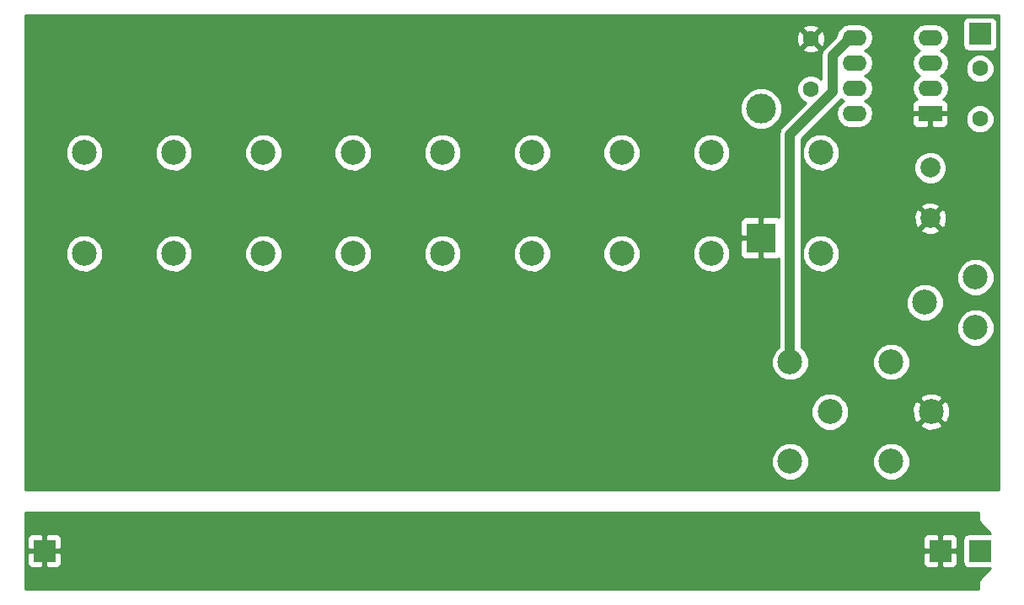
<source format=gbl>
G04 #@! TF.FileFunction,Copper,L2,Bot,Signal*
%FSLAX46Y46*%
G04 Gerber Fmt 4.6, Leading zero omitted, Abs format (unit mm)*
G04 Created by KiCad (PCBNEW 4.0.1-stable) date 2017/05/09 19:12:36*
%MOMM*%
G01*
G04 APERTURE LIST*
%ADD10C,0.100000*%
%ADD11C,3.000000*%
%ADD12R,3.000000X3.000000*%
%ADD13C,1.600000*%
%ADD14R,2.200000X2.200000*%
%ADD15C,2.500000*%
%ADD16C,2.000000*%
%ADD17R,2.400000X1.600000*%
%ADD18O,2.400000X1.600000*%
%ADD19C,1.000000*%
%ADD20C,0.254000*%
G04 APERTURE END LIST*
D10*
D11*
X178000000Y-76500000D03*
D12*
X178000000Y-89500000D03*
D13*
X183000000Y-74540000D03*
X183000000Y-69460000D03*
X200000000Y-72460000D03*
X200000000Y-77540000D03*
D14*
X200000000Y-69000000D03*
X196000000Y-121000000D03*
X106000000Y-121000000D03*
D15*
X180920000Y-112000000D03*
X191080000Y-112000000D03*
X184920000Y-107000000D03*
X195080000Y-107000000D03*
X180920000Y-102000000D03*
X191080000Y-102000000D03*
X194460000Y-96000000D03*
X199540000Y-93460000D03*
X199540000Y-98540000D03*
D16*
X195000000Y-82460000D03*
X195000000Y-87540000D03*
D17*
X195000000Y-77000000D03*
D18*
X187380000Y-69380000D03*
X195000000Y-74460000D03*
X187380000Y-71920000D03*
X195000000Y-71920000D03*
X187380000Y-74460000D03*
X195000000Y-69380000D03*
X187380000Y-77000000D03*
D15*
X173000000Y-91080000D03*
X173000000Y-80920000D03*
X184000000Y-80920000D03*
X184000000Y-91080000D03*
X164000000Y-80920000D03*
X164000000Y-91080000D03*
X155000000Y-80920000D03*
X155000000Y-91080000D03*
X146000000Y-80920000D03*
X146000000Y-91080000D03*
X137000000Y-80920000D03*
X137000000Y-91080000D03*
X128000000Y-80920000D03*
X128000000Y-91080000D03*
X119000000Y-80920000D03*
X119000000Y-91080000D03*
X110000000Y-80920000D03*
X110000000Y-91080000D03*
D14*
X200000000Y-121000000D03*
D19*
X180920000Y-102000000D02*
X180920000Y-79080000D01*
X180920000Y-79080000D02*
X185180000Y-74820000D01*
X185180000Y-74820000D02*
X185180000Y-71180000D01*
X185180000Y-71180000D02*
X186980000Y-69380000D01*
X186980000Y-69380000D02*
X187380000Y-69380000D01*
D20*
G36*
X201873000Y-114873000D02*
X104127000Y-114873000D01*
X104127000Y-112373305D01*
X179034674Y-112373305D01*
X179321043Y-113066372D01*
X179850839Y-113597093D01*
X180543405Y-113884672D01*
X181293305Y-113885326D01*
X181986372Y-113598957D01*
X182517093Y-113069161D01*
X182804672Y-112376595D01*
X182804674Y-112373305D01*
X189194674Y-112373305D01*
X189481043Y-113066372D01*
X190010839Y-113597093D01*
X190703405Y-113884672D01*
X191453305Y-113885326D01*
X192146372Y-113598957D01*
X192677093Y-113069161D01*
X192964672Y-112376595D01*
X192965326Y-111626695D01*
X192678957Y-110933628D01*
X192149161Y-110402907D01*
X191456595Y-110115328D01*
X190706695Y-110114674D01*
X190013628Y-110401043D01*
X189482907Y-110930839D01*
X189195328Y-111623405D01*
X189194674Y-112373305D01*
X182804674Y-112373305D01*
X182805326Y-111626695D01*
X182518957Y-110933628D01*
X181989161Y-110402907D01*
X181296595Y-110115328D01*
X180546695Y-110114674D01*
X179853628Y-110401043D01*
X179322907Y-110930839D01*
X179035328Y-111623405D01*
X179034674Y-112373305D01*
X104127000Y-112373305D01*
X104127000Y-107373305D01*
X183034674Y-107373305D01*
X183321043Y-108066372D01*
X183850839Y-108597093D01*
X184543405Y-108884672D01*
X185293305Y-108885326D01*
X185986372Y-108598957D01*
X186252472Y-108333320D01*
X193926285Y-108333320D01*
X194055533Y-108626123D01*
X194755806Y-108894388D01*
X195505435Y-108874250D01*
X196104467Y-108626123D01*
X196233715Y-108333320D01*
X195080000Y-107179605D01*
X193926285Y-108333320D01*
X186252472Y-108333320D01*
X186517093Y-108069161D01*
X186804672Y-107376595D01*
X186805283Y-106675806D01*
X193185612Y-106675806D01*
X193205750Y-107425435D01*
X193453877Y-108024467D01*
X193746680Y-108153715D01*
X194900395Y-107000000D01*
X195259605Y-107000000D01*
X196413320Y-108153715D01*
X196706123Y-108024467D01*
X196974388Y-107324194D01*
X196954250Y-106574565D01*
X196706123Y-105975533D01*
X196413320Y-105846285D01*
X195259605Y-107000000D01*
X194900395Y-107000000D01*
X193746680Y-105846285D01*
X193453877Y-105975533D01*
X193185612Y-106675806D01*
X186805283Y-106675806D01*
X186805326Y-106626695D01*
X186518957Y-105933628D01*
X186252475Y-105666680D01*
X193926285Y-105666680D01*
X195080000Y-106820395D01*
X196233715Y-105666680D01*
X196104467Y-105373877D01*
X195404194Y-105105612D01*
X194654565Y-105125750D01*
X194055533Y-105373877D01*
X193926285Y-105666680D01*
X186252475Y-105666680D01*
X185989161Y-105402907D01*
X185296595Y-105115328D01*
X184546695Y-105114674D01*
X183853628Y-105401043D01*
X183322907Y-105930839D01*
X183035328Y-106623405D01*
X183034674Y-107373305D01*
X104127000Y-107373305D01*
X104127000Y-91453305D01*
X108114674Y-91453305D01*
X108401043Y-92146372D01*
X108930839Y-92677093D01*
X109623405Y-92964672D01*
X110373305Y-92965326D01*
X111066372Y-92678957D01*
X111597093Y-92149161D01*
X111884672Y-91456595D01*
X111884674Y-91453305D01*
X117114674Y-91453305D01*
X117401043Y-92146372D01*
X117930839Y-92677093D01*
X118623405Y-92964672D01*
X119373305Y-92965326D01*
X120066372Y-92678957D01*
X120597093Y-92149161D01*
X120884672Y-91456595D01*
X120884674Y-91453305D01*
X126114674Y-91453305D01*
X126401043Y-92146372D01*
X126930839Y-92677093D01*
X127623405Y-92964672D01*
X128373305Y-92965326D01*
X129066372Y-92678957D01*
X129597093Y-92149161D01*
X129884672Y-91456595D01*
X129884674Y-91453305D01*
X135114674Y-91453305D01*
X135401043Y-92146372D01*
X135930839Y-92677093D01*
X136623405Y-92964672D01*
X137373305Y-92965326D01*
X138066372Y-92678957D01*
X138597093Y-92149161D01*
X138884672Y-91456595D01*
X138884674Y-91453305D01*
X144114674Y-91453305D01*
X144401043Y-92146372D01*
X144930839Y-92677093D01*
X145623405Y-92964672D01*
X146373305Y-92965326D01*
X147066372Y-92678957D01*
X147597093Y-92149161D01*
X147884672Y-91456595D01*
X147884674Y-91453305D01*
X153114674Y-91453305D01*
X153401043Y-92146372D01*
X153930839Y-92677093D01*
X154623405Y-92964672D01*
X155373305Y-92965326D01*
X156066372Y-92678957D01*
X156597093Y-92149161D01*
X156884672Y-91456595D01*
X156884674Y-91453305D01*
X162114674Y-91453305D01*
X162401043Y-92146372D01*
X162930839Y-92677093D01*
X163623405Y-92964672D01*
X164373305Y-92965326D01*
X165066372Y-92678957D01*
X165597093Y-92149161D01*
X165884672Y-91456595D01*
X165884674Y-91453305D01*
X171114674Y-91453305D01*
X171401043Y-92146372D01*
X171930839Y-92677093D01*
X172623405Y-92964672D01*
X173373305Y-92965326D01*
X174066372Y-92678957D01*
X174597093Y-92149161D01*
X174884672Y-91456595D01*
X174885326Y-90706695D01*
X174598957Y-90013628D01*
X174371477Y-89785750D01*
X175865000Y-89785750D01*
X175865000Y-91126310D01*
X175961673Y-91359699D01*
X176140302Y-91538327D01*
X176373691Y-91635000D01*
X177714250Y-91635000D01*
X177873000Y-91476250D01*
X177873000Y-89627000D01*
X176023750Y-89627000D01*
X175865000Y-89785750D01*
X174371477Y-89785750D01*
X174069161Y-89482907D01*
X173376595Y-89195328D01*
X172626695Y-89194674D01*
X171933628Y-89481043D01*
X171402907Y-90010839D01*
X171115328Y-90703405D01*
X171114674Y-91453305D01*
X165884674Y-91453305D01*
X165885326Y-90706695D01*
X165598957Y-90013628D01*
X165069161Y-89482907D01*
X164376595Y-89195328D01*
X163626695Y-89194674D01*
X162933628Y-89481043D01*
X162402907Y-90010839D01*
X162115328Y-90703405D01*
X162114674Y-91453305D01*
X156884674Y-91453305D01*
X156885326Y-90706695D01*
X156598957Y-90013628D01*
X156069161Y-89482907D01*
X155376595Y-89195328D01*
X154626695Y-89194674D01*
X153933628Y-89481043D01*
X153402907Y-90010839D01*
X153115328Y-90703405D01*
X153114674Y-91453305D01*
X147884674Y-91453305D01*
X147885326Y-90706695D01*
X147598957Y-90013628D01*
X147069161Y-89482907D01*
X146376595Y-89195328D01*
X145626695Y-89194674D01*
X144933628Y-89481043D01*
X144402907Y-90010839D01*
X144115328Y-90703405D01*
X144114674Y-91453305D01*
X138884674Y-91453305D01*
X138885326Y-90706695D01*
X138598957Y-90013628D01*
X138069161Y-89482907D01*
X137376595Y-89195328D01*
X136626695Y-89194674D01*
X135933628Y-89481043D01*
X135402907Y-90010839D01*
X135115328Y-90703405D01*
X135114674Y-91453305D01*
X129884674Y-91453305D01*
X129885326Y-90706695D01*
X129598957Y-90013628D01*
X129069161Y-89482907D01*
X128376595Y-89195328D01*
X127626695Y-89194674D01*
X126933628Y-89481043D01*
X126402907Y-90010839D01*
X126115328Y-90703405D01*
X126114674Y-91453305D01*
X120884674Y-91453305D01*
X120885326Y-90706695D01*
X120598957Y-90013628D01*
X120069161Y-89482907D01*
X119376595Y-89195328D01*
X118626695Y-89194674D01*
X117933628Y-89481043D01*
X117402907Y-90010839D01*
X117115328Y-90703405D01*
X117114674Y-91453305D01*
X111884674Y-91453305D01*
X111885326Y-90706695D01*
X111598957Y-90013628D01*
X111069161Y-89482907D01*
X110376595Y-89195328D01*
X109626695Y-89194674D01*
X108933628Y-89481043D01*
X108402907Y-90010839D01*
X108115328Y-90703405D01*
X108114674Y-91453305D01*
X104127000Y-91453305D01*
X104127000Y-87873690D01*
X175865000Y-87873690D01*
X175865000Y-89214250D01*
X176023750Y-89373000D01*
X177873000Y-89373000D01*
X177873000Y-87523750D01*
X178127000Y-87523750D01*
X178127000Y-89373000D01*
X178147000Y-89373000D01*
X178147000Y-89627000D01*
X178127000Y-89627000D01*
X178127000Y-91476250D01*
X178285750Y-91635000D01*
X179626309Y-91635000D01*
X179785000Y-91569268D01*
X179785000Y-100469551D01*
X179322907Y-100930839D01*
X179035328Y-101623405D01*
X179034674Y-102373305D01*
X179321043Y-103066372D01*
X179850839Y-103597093D01*
X180543405Y-103884672D01*
X181293305Y-103885326D01*
X181986372Y-103598957D01*
X182517093Y-103069161D01*
X182804672Y-102376595D01*
X182804674Y-102373305D01*
X189194674Y-102373305D01*
X189481043Y-103066372D01*
X190010839Y-103597093D01*
X190703405Y-103884672D01*
X191453305Y-103885326D01*
X192146372Y-103598957D01*
X192677093Y-103069161D01*
X192964672Y-102376595D01*
X192965326Y-101626695D01*
X192678957Y-100933628D01*
X192149161Y-100402907D01*
X191456595Y-100115328D01*
X190706695Y-100114674D01*
X190013628Y-100401043D01*
X189482907Y-100930839D01*
X189195328Y-101623405D01*
X189194674Y-102373305D01*
X182804674Y-102373305D01*
X182805326Y-101626695D01*
X182518957Y-100933628D01*
X182055000Y-100468861D01*
X182055000Y-98913305D01*
X197654674Y-98913305D01*
X197941043Y-99606372D01*
X198470839Y-100137093D01*
X199163405Y-100424672D01*
X199913305Y-100425326D01*
X200606372Y-100138957D01*
X201137093Y-99609161D01*
X201424672Y-98916595D01*
X201425326Y-98166695D01*
X201138957Y-97473628D01*
X200609161Y-96942907D01*
X199916595Y-96655328D01*
X199166695Y-96654674D01*
X198473628Y-96941043D01*
X197942907Y-97470839D01*
X197655328Y-98163405D01*
X197654674Y-98913305D01*
X182055000Y-98913305D01*
X182055000Y-96373305D01*
X192574674Y-96373305D01*
X192861043Y-97066372D01*
X193390839Y-97597093D01*
X194083405Y-97884672D01*
X194833305Y-97885326D01*
X195526372Y-97598957D01*
X196057093Y-97069161D01*
X196344672Y-96376595D01*
X196345326Y-95626695D01*
X196058957Y-94933628D01*
X195529161Y-94402907D01*
X194836595Y-94115328D01*
X194086695Y-94114674D01*
X193393628Y-94401043D01*
X192862907Y-94930839D01*
X192575328Y-95623405D01*
X192574674Y-96373305D01*
X182055000Y-96373305D01*
X182055000Y-93833305D01*
X197654674Y-93833305D01*
X197941043Y-94526372D01*
X198470839Y-95057093D01*
X199163405Y-95344672D01*
X199913305Y-95345326D01*
X200606372Y-95058957D01*
X201137093Y-94529161D01*
X201424672Y-93836595D01*
X201425326Y-93086695D01*
X201138957Y-92393628D01*
X200609161Y-91862907D01*
X199916595Y-91575328D01*
X199166695Y-91574674D01*
X198473628Y-91861043D01*
X197942907Y-92390839D01*
X197655328Y-93083405D01*
X197654674Y-93833305D01*
X182055000Y-93833305D01*
X182055000Y-91453305D01*
X182114674Y-91453305D01*
X182401043Y-92146372D01*
X182930839Y-92677093D01*
X183623405Y-92964672D01*
X184373305Y-92965326D01*
X185066372Y-92678957D01*
X185597093Y-92149161D01*
X185884672Y-91456595D01*
X185885326Y-90706695D01*
X185598957Y-90013628D01*
X185069161Y-89482907D01*
X184376595Y-89195328D01*
X183626695Y-89194674D01*
X182933628Y-89481043D01*
X182402907Y-90010839D01*
X182115328Y-90703405D01*
X182114674Y-91453305D01*
X182055000Y-91453305D01*
X182055000Y-88692532D01*
X194027073Y-88692532D01*
X194125736Y-88959387D01*
X194735461Y-89185908D01*
X195385460Y-89161856D01*
X195874264Y-88959387D01*
X195972927Y-88692532D01*
X195000000Y-87719605D01*
X194027073Y-88692532D01*
X182055000Y-88692532D01*
X182055000Y-87275461D01*
X193354092Y-87275461D01*
X193378144Y-87925460D01*
X193580613Y-88414264D01*
X193847468Y-88512927D01*
X194820395Y-87540000D01*
X195179605Y-87540000D01*
X196152532Y-88512927D01*
X196419387Y-88414264D01*
X196645908Y-87804539D01*
X196621856Y-87154540D01*
X196419387Y-86665736D01*
X196152532Y-86567073D01*
X195179605Y-87540000D01*
X194820395Y-87540000D01*
X193847468Y-86567073D01*
X193580613Y-86665736D01*
X193354092Y-87275461D01*
X182055000Y-87275461D01*
X182055000Y-86387468D01*
X194027073Y-86387468D01*
X195000000Y-87360395D01*
X195972927Y-86387468D01*
X195874264Y-86120613D01*
X195264539Y-85894092D01*
X194614540Y-85918144D01*
X194125736Y-86120613D01*
X194027073Y-86387468D01*
X182055000Y-86387468D01*
X182055000Y-81293305D01*
X182114674Y-81293305D01*
X182401043Y-81986372D01*
X182930839Y-82517093D01*
X183623405Y-82804672D01*
X184373305Y-82805326D01*
X184425414Y-82783795D01*
X193364716Y-82783795D01*
X193613106Y-83384943D01*
X194072637Y-83845278D01*
X194673352Y-84094716D01*
X195323795Y-84095284D01*
X195924943Y-83846894D01*
X196385278Y-83387363D01*
X196634716Y-82786648D01*
X196635284Y-82136205D01*
X196386894Y-81535057D01*
X195927363Y-81074722D01*
X195326648Y-80825284D01*
X194676205Y-80824716D01*
X194075057Y-81073106D01*
X193614722Y-81532637D01*
X193365284Y-82133352D01*
X193364716Y-82783795D01*
X184425414Y-82783795D01*
X185066372Y-82518957D01*
X185597093Y-81989161D01*
X185884672Y-81296595D01*
X185885326Y-80546695D01*
X185598957Y-79853628D01*
X185069161Y-79322907D01*
X184376595Y-79035328D01*
X183626695Y-79034674D01*
X182933628Y-79321043D01*
X182402907Y-79850839D01*
X182115328Y-80543405D01*
X182114674Y-81293305D01*
X182055000Y-81293305D01*
X182055000Y-79550132D01*
X185982566Y-75622566D01*
X186034447Y-75544920D01*
X186311438Y-75730000D01*
X185929352Y-75985302D01*
X185618283Y-76450849D01*
X185509050Y-77000000D01*
X185618283Y-77549151D01*
X185929352Y-78014698D01*
X186394899Y-78325767D01*
X186944050Y-78435000D01*
X187815950Y-78435000D01*
X188365101Y-78325767D01*
X188830648Y-78014698D01*
X189141717Y-77549151D01*
X189194110Y-77285750D01*
X193165000Y-77285750D01*
X193165000Y-77926310D01*
X193261673Y-78159699D01*
X193440302Y-78338327D01*
X193673691Y-78435000D01*
X194714250Y-78435000D01*
X194873000Y-78276250D01*
X194873000Y-77127000D01*
X195127000Y-77127000D01*
X195127000Y-78276250D01*
X195285750Y-78435000D01*
X196326309Y-78435000D01*
X196559698Y-78338327D01*
X196738327Y-78159699D01*
X196835000Y-77926310D01*
X196835000Y-77824187D01*
X198564752Y-77824187D01*
X198782757Y-78351800D01*
X199186077Y-78755824D01*
X199713309Y-78974750D01*
X200284187Y-78975248D01*
X200811800Y-78757243D01*
X201215824Y-78353923D01*
X201434750Y-77826691D01*
X201435248Y-77255813D01*
X201217243Y-76728200D01*
X200813923Y-76324176D01*
X200286691Y-76105250D01*
X199715813Y-76104752D01*
X199188200Y-76322757D01*
X198784176Y-76726077D01*
X198565250Y-77253309D01*
X198564752Y-77824187D01*
X196835000Y-77824187D01*
X196835000Y-77285750D01*
X196676250Y-77127000D01*
X195127000Y-77127000D01*
X194873000Y-77127000D01*
X193323750Y-77127000D01*
X193165000Y-77285750D01*
X189194110Y-77285750D01*
X189250950Y-77000000D01*
X189141717Y-76450849D01*
X188830648Y-75985302D01*
X188448562Y-75730000D01*
X188830648Y-75474698D01*
X189141717Y-75009151D01*
X189250950Y-74460000D01*
X189141717Y-73910849D01*
X188830648Y-73445302D01*
X188448562Y-73190000D01*
X188830648Y-72934698D01*
X189141717Y-72469151D01*
X189250950Y-71920000D01*
X189141717Y-71370849D01*
X188830648Y-70905302D01*
X188448562Y-70650000D01*
X188830648Y-70394698D01*
X189141717Y-69929151D01*
X189250950Y-69380000D01*
X193129050Y-69380000D01*
X193238283Y-69929151D01*
X193549352Y-70394698D01*
X193931438Y-70650000D01*
X193549352Y-70905302D01*
X193238283Y-71370849D01*
X193129050Y-71920000D01*
X193238283Y-72469151D01*
X193549352Y-72934698D01*
X193931438Y-73190000D01*
X193549352Y-73445302D01*
X193238283Y-73910849D01*
X193129050Y-74460000D01*
X193238283Y-75009151D01*
X193549352Y-75474698D01*
X193684498Y-75565000D01*
X193673691Y-75565000D01*
X193440302Y-75661673D01*
X193261673Y-75840301D01*
X193165000Y-76073690D01*
X193165000Y-76714250D01*
X193323750Y-76873000D01*
X194873000Y-76873000D01*
X194873000Y-76853000D01*
X195127000Y-76853000D01*
X195127000Y-76873000D01*
X196676250Y-76873000D01*
X196835000Y-76714250D01*
X196835000Y-76073690D01*
X196738327Y-75840301D01*
X196559698Y-75661673D01*
X196326309Y-75565000D01*
X196315502Y-75565000D01*
X196450648Y-75474698D01*
X196761717Y-75009151D01*
X196870950Y-74460000D01*
X196761717Y-73910849D01*
X196450648Y-73445302D01*
X196068562Y-73190000D01*
X196450648Y-72934698D01*
X196577943Y-72744187D01*
X198564752Y-72744187D01*
X198782757Y-73271800D01*
X199186077Y-73675824D01*
X199713309Y-73894750D01*
X200284187Y-73895248D01*
X200811800Y-73677243D01*
X201215824Y-73273923D01*
X201434750Y-72746691D01*
X201435248Y-72175813D01*
X201217243Y-71648200D01*
X200813923Y-71244176D01*
X200286691Y-71025250D01*
X199715813Y-71024752D01*
X199188200Y-71242757D01*
X198784176Y-71646077D01*
X198565250Y-72173309D01*
X198564752Y-72744187D01*
X196577943Y-72744187D01*
X196761717Y-72469151D01*
X196870950Y-71920000D01*
X196761717Y-71370849D01*
X196450648Y-70905302D01*
X196068562Y-70650000D01*
X196450648Y-70394698D01*
X196761717Y-69929151D01*
X196870950Y-69380000D01*
X196761717Y-68830849D01*
X196450648Y-68365302D01*
X195985101Y-68054233D01*
X195435950Y-67945000D01*
X194564050Y-67945000D01*
X194014899Y-68054233D01*
X193549352Y-68365302D01*
X193238283Y-68830849D01*
X193129050Y-69380000D01*
X189250950Y-69380000D01*
X189141717Y-68830849D01*
X188830648Y-68365302D01*
X188365101Y-68054233D01*
X187815950Y-67945000D01*
X186944050Y-67945000D01*
X186394899Y-68054233D01*
X185929352Y-68365302D01*
X185618283Y-68830849D01*
X185542368Y-69212500D01*
X184377434Y-70377434D01*
X184131397Y-70745654D01*
X184045000Y-71180000D01*
X184045000Y-73555656D01*
X183813923Y-73324176D01*
X183286691Y-73105250D01*
X182715813Y-73104752D01*
X182188200Y-73322757D01*
X181784176Y-73726077D01*
X181565250Y-74253309D01*
X181564752Y-74824187D01*
X181782757Y-75351800D01*
X182186077Y-75755824D01*
X182506142Y-75888726D01*
X180117434Y-78277434D01*
X179871397Y-78645654D01*
X179785000Y-79080000D01*
X179785000Y-87430732D01*
X179626309Y-87365000D01*
X178285750Y-87365000D01*
X178127000Y-87523750D01*
X177873000Y-87523750D01*
X177714250Y-87365000D01*
X176373691Y-87365000D01*
X176140302Y-87461673D01*
X175961673Y-87640301D01*
X175865000Y-87873690D01*
X104127000Y-87873690D01*
X104127000Y-81293305D01*
X108114674Y-81293305D01*
X108401043Y-81986372D01*
X108930839Y-82517093D01*
X109623405Y-82804672D01*
X110373305Y-82805326D01*
X111066372Y-82518957D01*
X111597093Y-81989161D01*
X111884672Y-81296595D01*
X111884674Y-81293305D01*
X117114674Y-81293305D01*
X117401043Y-81986372D01*
X117930839Y-82517093D01*
X118623405Y-82804672D01*
X119373305Y-82805326D01*
X120066372Y-82518957D01*
X120597093Y-81989161D01*
X120884672Y-81296595D01*
X120884674Y-81293305D01*
X126114674Y-81293305D01*
X126401043Y-81986372D01*
X126930839Y-82517093D01*
X127623405Y-82804672D01*
X128373305Y-82805326D01*
X129066372Y-82518957D01*
X129597093Y-81989161D01*
X129884672Y-81296595D01*
X129884674Y-81293305D01*
X135114674Y-81293305D01*
X135401043Y-81986372D01*
X135930839Y-82517093D01*
X136623405Y-82804672D01*
X137373305Y-82805326D01*
X138066372Y-82518957D01*
X138597093Y-81989161D01*
X138884672Y-81296595D01*
X138884674Y-81293305D01*
X144114674Y-81293305D01*
X144401043Y-81986372D01*
X144930839Y-82517093D01*
X145623405Y-82804672D01*
X146373305Y-82805326D01*
X147066372Y-82518957D01*
X147597093Y-81989161D01*
X147884672Y-81296595D01*
X147884674Y-81293305D01*
X153114674Y-81293305D01*
X153401043Y-81986372D01*
X153930839Y-82517093D01*
X154623405Y-82804672D01*
X155373305Y-82805326D01*
X156066372Y-82518957D01*
X156597093Y-81989161D01*
X156884672Y-81296595D01*
X156884674Y-81293305D01*
X162114674Y-81293305D01*
X162401043Y-81986372D01*
X162930839Y-82517093D01*
X163623405Y-82804672D01*
X164373305Y-82805326D01*
X165066372Y-82518957D01*
X165597093Y-81989161D01*
X165884672Y-81296595D01*
X165884674Y-81293305D01*
X171114674Y-81293305D01*
X171401043Y-81986372D01*
X171930839Y-82517093D01*
X172623405Y-82804672D01*
X173373305Y-82805326D01*
X174066372Y-82518957D01*
X174597093Y-81989161D01*
X174884672Y-81296595D01*
X174885326Y-80546695D01*
X174598957Y-79853628D01*
X174069161Y-79322907D01*
X173376595Y-79035328D01*
X172626695Y-79034674D01*
X171933628Y-79321043D01*
X171402907Y-79850839D01*
X171115328Y-80543405D01*
X171114674Y-81293305D01*
X165884674Y-81293305D01*
X165885326Y-80546695D01*
X165598957Y-79853628D01*
X165069161Y-79322907D01*
X164376595Y-79035328D01*
X163626695Y-79034674D01*
X162933628Y-79321043D01*
X162402907Y-79850839D01*
X162115328Y-80543405D01*
X162114674Y-81293305D01*
X156884674Y-81293305D01*
X156885326Y-80546695D01*
X156598957Y-79853628D01*
X156069161Y-79322907D01*
X155376595Y-79035328D01*
X154626695Y-79034674D01*
X153933628Y-79321043D01*
X153402907Y-79850839D01*
X153115328Y-80543405D01*
X153114674Y-81293305D01*
X147884674Y-81293305D01*
X147885326Y-80546695D01*
X147598957Y-79853628D01*
X147069161Y-79322907D01*
X146376595Y-79035328D01*
X145626695Y-79034674D01*
X144933628Y-79321043D01*
X144402907Y-79850839D01*
X144115328Y-80543405D01*
X144114674Y-81293305D01*
X138884674Y-81293305D01*
X138885326Y-80546695D01*
X138598957Y-79853628D01*
X138069161Y-79322907D01*
X137376595Y-79035328D01*
X136626695Y-79034674D01*
X135933628Y-79321043D01*
X135402907Y-79850839D01*
X135115328Y-80543405D01*
X135114674Y-81293305D01*
X129884674Y-81293305D01*
X129885326Y-80546695D01*
X129598957Y-79853628D01*
X129069161Y-79322907D01*
X128376595Y-79035328D01*
X127626695Y-79034674D01*
X126933628Y-79321043D01*
X126402907Y-79850839D01*
X126115328Y-80543405D01*
X126114674Y-81293305D01*
X120884674Y-81293305D01*
X120885326Y-80546695D01*
X120598957Y-79853628D01*
X120069161Y-79322907D01*
X119376595Y-79035328D01*
X118626695Y-79034674D01*
X117933628Y-79321043D01*
X117402907Y-79850839D01*
X117115328Y-80543405D01*
X117114674Y-81293305D01*
X111884674Y-81293305D01*
X111885326Y-80546695D01*
X111598957Y-79853628D01*
X111069161Y-79322907D01*
X110376595Y-79035328D01*
X109626695Y-79034674D01*
X108933628Y-79321043D01*
X108402907Y-79850839D01*
X108115328Y-80543405D01*
X108114674Y-81293305D01*
X104127000Y-81293305D01*
X104127000Y-76922815D01*
X175864630Y-76922815D01*
X176188980Y-77707800D01*
X176789041Y-78308909D01*
X177573459Y-78634628D01*
X178422815Y-78635370D01*
X179207800Y-78311020D01*
X179808909Y-77710959D01*
X180134628Y-76926541D01*
X180135370Y-76077185D01*
X179811020Y-75292200D01*
X179210959Y-74691091D01*
X178426541Y-74365372D01*
X177577185Y-74364630D01*
X176792200Y-74688980D01*
X176191091Y-75289041D01*
X175865372Y-76073459D01*
X175864630Y-76922815D01*
X104127000Y-76922815D01*
X104127000Y-70467745D01*
X182171861Y-70467745D01*
X182245995Y-70713864D01*
X182783223Y-70906965D01*
X183353454Y-70879778D01*
X183754005Y-70713864D01*
X183828139Y-70467745D01*
X183000000Y-69639605D01*
X182171861Y-70467745D01*
X104127000Y-70467745D01*
X104127000Y-69243223D01*
X181553035Y-69243223D01*
X181580222Y-69813454D01*
X181746136Y-70214005D01*
X181992255Y-70288139D01*
X182820395Y-69460000D01*
X183179605Y-69460000D01*
X184007745Y-70288139D01*
X184253864Y-70214005D01*
X184446965Y-69676777D01*
X184419778Y-69106546D01*
X184253864Y-68705995D01*
X184007745Y-68631861D01*
X183179605Y-69460000D01*
X182820395Y-69460000D01*
X181992255Y-68631861D01*
X181746136Y-68705995D01*
X181553035Y-69243223D01*
X104127000Y-69243223D01*
X104127000Y-68452255D01*
X182171861Y-68452255D01*
X183000000Y-69280395D01*
X183828139Y-68452255D01*
X183754005Y-68206136D01*
X183216777Y-68013035D01*
X182646546Y-68040222D01*
X182245995Y-68206136D01*
X182171861Y-68452255D01*
X104127000Y-68452255D01*
X104127000Y-67900000D01*
X198252560Y-67900000D01*
X198252560Y-70100000D01*
X198296838Y-70335317D01*
X198435910Y-70551441D01*
X198648110Y-70696431D01*
X198900000Y-70747440D01*
X201100000Y-70747440D01*
X201335317Y-70703162D01*
X201551441Y-70564090D01*
X201696431Y-70351890D01*
X201747440Y-70100000D01*
X201747440Y-67900000D01*
X201703162Y-67664683D01*
X201564090Y-67448559D01*
X201351890Y-67303569D01*
X201100000Y-67252560D01*
X198900000Y-67252560D01*
X198664683Y-67296838D01*
X198448559Y-67435910D01*
X198303569Y-67648110D01*
X198252560Y-67900000D01*
X104127000Y-67900000D01*
X104127000Y-67127000D01*
X201873000Y-67127000D01*
X201873000Y-114873000D01*
X201873000Y-114873000D01*
G37*
X201873000Y-114873000D02*
X104127000Y-114873000D01*
X104127000Y-112373305D01*
X179034674Y-112373305D01*
X179321043Y-113066372D01*
X179850839Y-113597093D01*
X180543405Y-113884672D01*
X181293305Y-113885326D01*
X181986372Y-113598957D01*
X182517093Y-113069161D01*
X182804672Y-112376595D01*
X182804674Y-112373305D01*
X189194674Y-112373305D01*
X189481043Y-113066372D01*
X190010839Y-113597093D01*
X190703405Y-113884672D01*
X191453305Y-113885326D01*
X192146372Y-113598957D01*
X192677093Y-113069161D01*
X192964672Y-112376595D01*
X192965326Y-111626695D01*
X192678957Y-110933628D01*
X192149161Y-110402907D01*
X191456595Y-110115328D01*
X190706695Y-110114674D01*
X190013628Y-110401043D01*
X189482907Y-110930839D01*
X189195328Y-111623405D01*
X189194674Y-112373305D01*
X182804674Y-112373305D01*
X182805326Y-111626695D01*
X182518957Y-110933628D01*
X181989161Y-110402907D01*
X181296595Y-110115328D01*
X180546695Y-110114674D01*
X179853628Y-110401043D01*
X179322907Y-110930839D01*
X179035328Y-111623405D01*
X179034674Y-112373305D01*
X104127000Y-112373305D01*
X104127000Y-107373305D01*
X183034674Y-107373305D01*
X183321043Y-108066372D01*
X183850839Y-108597093D01*
X184543405Y-108884672D01*
X185293305Y-108885326D01*
X185986372Y-108598957D01*
X186252472Y-108333320D01*
X193926285Y-108333320D01*
X194055533Y-108626123D01*
X194755806Y-108894388D01*
X195505435Y-108874250D01*
X196104467Y-108626123D01*
X196233715Y-108333320D01*
X195080000Y-107179605D01*
X193926285Y-108333320D01*
X186252472Y-108333320D01*
X186517093Y-108069161D01*
X186804672Y-107376595D01*
X186805283Y-106675806D01*
X193185612Y-106675806D01*
X193205750Y-107425435D01*
X193453877Y-108024467D01*
X193746680Y-108153715D01*
X194900395Y-107000000D01*
X195259605Y-107000000D01*
X196413320Y-108153715D01*
X196706123Y-108024467D01*
X196974388Y-107324194D01*
X196954250Y-106574565D01*
X196706123Y-105975533D01*
X196413320Y-105846285D01*
X195259605Y-107000000D01*
X194900395Y-107000000D01*
X193746680Y-105846285D01*
X193453877Y-105975533D01*
X193185612Y-106675806D01*
X186805283Y-106675806D01*
X186805326Y-106626695D01*
X186518957Y-105933628D01*
X186252475Y-105666680D01*
X193926285Y-105666680D01*
X195080000Y-106820395D01*
X196233715Y-105666680D01*
X196104467Y-105373877D01*
X195404194Y-105105612D01*
X194654565Y-105125750D01*
X194055533Y-105373877D01*
X193926285Y-105666680D01*
X186252475Y-105666680D01*
X185989161Y-105402907D01*
X185296595Y-105115328D01*
X184546695Y-105114674D01*
X183853628Y-105401043D01*
X183322907Y-105930839D01*
X183035328Y-106623405D01*
X183034674Y-107373305D01*
X104127000Y-107373305D01*
X104127000Y-91453305D01*
X108114674Y-91453305D01*
X108401043Y-92146372D01*
X108930839Y-92677093D01*
X109623405Y-92964672D01*
X110373305Y-92965326D01*
X111066372Y-92678957D01*
X111597093Y-92149161D01*
X111884672Y-91456595D01*
X111884674Y-91453305D01*
X117114674Y-91453305D01*
X117401043Y-92146372D01*
X117930839Y-92677093D01*
X118623405Y-92964672D01*
X119373305Y-92965326D01*
X120066372Y-92678957D01*
X120597093Y-92149161D01*
X120884672Y-91456595D01*
X120884674Y-91453305D01*
X126114674Y-91453305D01*
X126401043Y-92146372D01*
X126930839Y-92677093D01*
X127623405Y-92964672D01*
X128373305Y-92965326D01*
X129066372Y-92678957D01*
X129597093Y-92149161D01*
X129884672Y-91456595D01*
X129884674Y-91453305D01*
X135114674Y-91453305D01*
X135401043Y-92146372D01*
X135930839Y-92677093D01*
X136623405Y-92964672D01*
X137373305Y-92965326D01*
X138066372Y-92678957D01*
X138597093Y-92149161D01*
X138884672Y-91456595D01*
X138884674Y-91453305D01*
X144114674Y-91453305D01*
X144401043Y-92146372D01*
X144930839Y-92677093D01*
X145623405Y-92964672D01*
X146373305Y-92965326D01*
X147066372Y-92678957D01*
X147597093Y-92149161D01*
X147884672Y-91456595D01*
X147884674Y-91453305D01*
X153114674Y-91453305D01*
X153401043Y-92146372D01*
X153930839Y-92677093D01*
X154623405Y-92964672D01*
X155373305Y-92965326D01*
X156066372Y-92678957D01*
X156597093Y-92149161D01*
X156884672Y-91456595D01*
X156884674Y-91453305D01*
X162114674Y-91453305D01*
X162401043Y-92146372D01*
X162930839Y-92677093D01*
X163623405Y-92964672D01*
X164373305Y-92965326D01*
X165066372Y-92678957D01*
X165597093Y-92149161D01*
X165884672Y-91456595D01*
X165884674Y-91453305D01*
X171114674Y-91453305D01*
X171401043Y-92146372D01*
X171930839Y-92677093D01*
X172623405Y-92964672D01*
X173373305Y-92965326D01*
X174066372Y-92678957D01*
X174597093Y-92149161D01*
X174884672Y-91456595D01*
X174885326Y-90706695D01*
X174598957Y-90013628D01*
X174371477Y-89785750D01*
X175865000Y-89785750D01*
X175865000Y-91126310D01*
X175961673Y-91359699D01*
X176140302Y-91538327D01*
X176373691Y-91635000D01*
X177714250Y-91635000D01*
X177873000Y-91476250D01*
X177873000Y-89627000D01*
X176023750Y-89627000D01*
X175865000Y-89785750D01*
X174371477Y-89785750D01*
X174069161Y-89482907D01*
X173376595Y-89195328D01*
X172626695Y-89194674D01*
X171933628Y-89481043D01*
X171402907Y-90010839D01*
X171115328Y-90703405D01*
X171114674Y-91453305D01*
X165884674Y-91453305D01*
X165885326Y-90706695D01*
X165598957Y-90013628D01*
X165069161Y-89482907D01*
X164376595Y-89195328D01*
X163626695Y-89194674D01*
X162933628Y-89481043D01*
X162402907Y-90010839D01*
X162115328Y-90703405D01*
X162114674Y-91453305D01*
X156884674Y-91453305D01*
X156885326Y-90706695D01*
X156598957Y-90013628D01*
X156069161Y-89482907D01*
X155376595Y-89195328D01*
X154626695Y-89194674D01*
X153933628Y-89481043D01*
X153402907Y-90010839D01*
X153115328Y-90703405D01*
X153114674Y-91453305D01*
X147884674Y-91453305D01*
X147885326Y-90706695D01*
X147598957Y-90013628D01*
X147069161Y-89482907D01*
X146376595Y-89195328D01*
X145626695Y-89194674D01*
X144933628Y-89481043D01*
X144402907Y-90010839D01*
X144115328Y-90703405D01*
X144114674Y-91453305D01*
X138884674Y-91453305D01*
X138885326Y-90706695D01*
X138598957Y-90013628D01*
X138069161Y-89482907D01*
X137376595Y-89195328D01*
X136626695Y-89194674D01*
X135933628Y-89481043D01*
X135402907Y-90010839D01*
X135115328Y-90703405D01*
X135114674Y-91453305D01*
X129884674Y-91453305D01*
X129885326Y-90706695D01*
X129598957Y-90013628D01*
X129069161Y-89482907D01*
X128376595Y-89195328D01*
X127626695Y-89194674D01*
X126933628Y-89481043D01*
X126402907Y-90010839D01*
X126115328Y-90703405D01*
X126114674Y-91453305D01*
X120884674Y-91453305D01*
X120885326Y-90706695D01*
X120598957Y-90013628D01*
X120069161Y-89482907D01*
X119376595Y-89195328D01*
X118626695Y-89194674D01*
X117933628Y-89481043D01*
X117402907Y-90010839D01*
X117115328Y-90703405D01*
X117114674Y-91453305D01*
X111884674Y-91453305D01*
X111885326Y-90706695D01*
X111598957Y-90013628D01*
X111069161Y-89482907D01*
X110376595Y-89195328D01*
X109626695Y-89194674D01*
X108933628Y-89481043D01*
X108402907Y-90010839D01*
X108115328Y-90703405D01*
X108114674Y-91453305D01*
X104127000Y-91453305D01*
X104127000Y-87873690D01*
X175865000Y-87873690D01*
X175865000Y-89214250D01*
X176023750Y-89373000D01*
X177873000Y-89373000D01*
X177873000Y-87523750D01*
X178127000Y-87523750D01*
X178127000Y-89373000D01*
X178147000Y-89373000D01*
X178147000Y-89627000D01*
X178127000Y-89627000D01*
X178127000Y-91476250D01*
X178285750Y-91635000D01*
X179626309Y-91635000D01*
X179785000Y-91569268D01*
X179785000Y-100469551D01*
X179322907Y-100930839D01*
X179035328Y-101623405D01*
X179034674Y-102373305D01*
X179321043Y-103066372D01*
X179850839Y-103597093D01*
X180543405Y-103884672D01*
X181293305Y-103885326D01*
X181986372Y-103598957D01*
X182517093Y-103069161D01*
X182804672Y-102376595D01*
X182804674Y-102373305D01*
X189194674Y-102373305D01*
X189481043Y-103066372D01*
X190010839Y-103597093D01*
X190703405Y-103884672D01*
X191453305Y-103885326D01*
X192146372Y-103598957D01*
X192677093Y-103069161D01*
X192964672Y-102376595D01*
X192965326Y-101626695D01*
X192678957Y-100933628D01*
X192149161Y-100402907D01*
X191456595Y-100115328D01*
X190706695Y-100114674D01*
X190013628Y-100401043D01*
X189482907Y-100930839D01*
X189195328Y-101623405D01*
X189194674Y-102373305D01*
X182804674Y-102373305D01*
X182805326Y-101626695D01*
X182518957Y-100933628D01*
X182055000Y-100468861D01*
X182055000Y-98913305D01*
X197654674Y-98913305D01*
X197941043Y-99606372D01*
X198470839Y-100137093D01*
X199163405Y-100424672D01*
X199913305Y-100425326D01*
X200606372Y-100138957D01*
X201137093Y-99609161D01*
X201424672Y-98916595D01*
X201425326Y-98166695D01*
X201138957Y-97473628D01*
X200609161Y-96942907D01*
X199916595Y-96655328D01*
X199166695Y-96654674D01*
X198473628Y-96941043D01*
X197942907Y-97470839D01*
X197655328Y-98163405D01*
X197654674Y-98913305D01*
X182055000Y-98913305D01*
X182055000Y-96373305D01*
X192574674Y-96373305D01*
X192861043Y-97066372D01*
X193390839Y-97597093D01*
X194083405Y-97884672D01*
X194833305Y-97885326D01*
X195526372Y-97598957D01*
X196057093Y-97069161D01*
X196344672Y-96376595D01*
X196345326Y-95626695D01*
X196058957Y-94933628D01*
X195529161Y-94402907D01*
X194836595Y-94115328D01*
X194086695Y-94114674D01*
X193393628Y-94401043D01*
X192862907Y-94930839D01*
X192575328Y-95623405D01*
X192574674Y-96373305D01*
X182055000Y-96373305D01*
X182055000Y-93833305D01*
X197654674Y-93833305D01*
X197941043Y-94526372D01*
X198470839Y-95057093D01*
X199163405Y-95344672D01*
X199913305Y-95345326D01*
X200606372Y-95058957D01*
X201137093Y-94529161D01*
X201424672Y-93836595D01*
X201425326Y-93086695D01*
X201138957Y-92393628D01*
X200609161Y-91862907D01*
X199916595Y-91575328D01*
X199166695Y-91574674D01*
X198473628Y-91861043D01*
X197942907Y-92390839D01*
X197655328Y-93083405D01*
X197654674Y-93833305D01*
X182055000Y-93833305D01*
X182055000Y-91453305D01*
X182114674Y-91453305D01*
X182401043Y-92146372D01*
X182930839Y-92677093D01*
X183623405Y-92964672D01*
X184373305Y-92965326D01*
X185066372Y-92678957D01*
X185597093Y-92149161D01*
X185884672Y-91456595D01*
X185885326Y-90706695D01*
X185598957Y-90013628D01*
X185069161Y-89482907D01*
X184376595Y-89195328D01*
X183626695Y-89194674D01*
X182933628Y-89481043D01*
X182402907Y-90010839D01*
X182115328Y-90703405D01*
X182114674Y-91453305D01*
X182055000Y-91453305D01*
X182055000Y-88692532D01*
X194027073Y-88692532D01*
X194125736Y-88959387D01*
X194735461Y-89185908D01*
X195385460Y-89161856D01*
X195874264Y-88959387D01*
X195972927Y-88692532D01*
X195000000Y-87719605D01*
X194027073Y-88692532D01*
X182055000Y-88692532D01*
X182055000Y-87275461D01*
X193354092Y-87275461D01*
X193378144Y-87925460D01*
X193580613Y-88414264D01*
X193847468Y-88512927D01*
X194820395Y-87540000D01*
X195179605Y-87540000D01*
X196152532Y-88512927D01*
X196419387Y-88414264D01*
X196645908Y-87804539D01*
X196621856Y-87154540D01*
X196419387Y-86665736D01*
X196152532Y-86567073D01*
X195179605Y-87540000D01*
X194820395Y-87540000D01*
X193847468Y-86567073D01*
X193580613Y-86665736D01*
X193354092Y-87275461D01*
X182055000Y-87275461D01*
X182055000Y-86387468D01*
X194027073Y-86387468D01*
X195000000Y-87360395D01*
X195972927Y-86387468D01*
X195874264Y-86120613D01*
X195264539Y-85894092D01*
X194614540Y-85918144D01*
X194125736Y-86120613D01*
X194027073Y-86387468D01*
X182055000Y-86387468D01*
X182055000Y-81293305D01*
X182114674Y-81293305D01*
X182401043Y-81986372D01*
X182930839Y-82517093D01*
X183623405Y-82804672D01*
X184373305Y-82805326D01*
X184425414Y-82783795D01*
X193364716Y-82783795D01*
X193613106Y-83384943D01*
X194072637Y-83845278D01*
X194673352Y-84094716D01*
X195323795Y-84095284D01*
X195924943Y-83846894D01*
X196385278Y-83387363D01*
X196634716Y-82786648D01*
X196635284Y-82136205D01*
X196386894Y-81535057D01*
X195927363Y-81074722D01*
X195326648Y-80825284D01*
X194676205Y-80824716D01*
X194075057Y-81073106D01*
X193614722Y-81532637D01*
X193365284Y-82133352D01*
X193364716Y-82783795D01*
X184425414Y-82783795D01*
X185066372Y-82518957D01*
X185597093Y-81989161D01*
X185884672Y-81296595D01*
X185885326Y-80546695D01*
X185598957Y-79853628D01*
X185069161Y-79322907D01*
X184376595Y-79035328D01*
X183626695Y-79034674D01*
X182933628Y-79321043D01*
X182402907Y-79850839D01*
X182115328Y-80543405D01*
X182114674Y-81293305D01*
X182055000Y-81293305D01*
X182055000Y-79550132D01*
X185982566Y-75622566D01*
X186034447Y-75544920D01*
X186311438Y-75730000D01*
X185929352Y-75985302D01*
X185618283Y-76450849D01*
X185509050Y-77000000D01*
X185618283Y-77549151D01*
X185929352Y-78014698D01*
X186394899Y-78325767D01*
X186944050Y-78435000D01*
X187815950Y-78435000D01*
X188365101Y-78325767D01*
X188830648Y-78014698D01*
X189141717Y-77549151D01*
X189194110Y-77285750D01*
X193165000Y-77285750D01*
X193165000Y-77926310D01*
X193261673Y-78159699D01*
X193440302Y-78338327D01*
X193673691Y-78435000D01*
X194714250Y-78435000D01*
X194873000Y-78276250D01*
X194873000Y-77127000D01*
X195127000Y-77127000D01*
X195127000Y-78276250D01*
X195285750Y-78435000D01*
X196326309Y-78435000D01*
X196559698Y-78338327D01*
X196738327Y-78159699D01*
X196835000Y-77926310D01*
X196835000Y-77824187D01*
X198564752Y-77824187D01*
X198782757Y-78351800D01*
X199186077Y-78755824D01*
X199713309Y-78974750D01*
X200284187Y-78975248D01*
X200811800Y-78757243D01*
X201215824Y-78353923D01*
X201434750Y-77826691D01*
X201435248Y-77255813D01*
X201217243Y-76728200D01*
X200813923Y-76324176D01*
X200286691Y-76105250D01*
X199715813Y-76104752D01*
X199188200Y-76322757D01*
X198784176Y-76726077D01*
X198565250Y-77253309D01*
X198564752Y-77824187D01*
X196835000Y-77824187D01*
X196835000Y-77285750D01*
X196676250Y-77127000D01*
X195127000Y-77127000D01*
X194873000Y-77127000D01*
X193323750Y-77127000D01*
X193165000Y-77285750D01*
X189194110Y-77285750D01*
X189250950Y-77000000D01*
X189141717Y-76450849D01*
X188830648Y-75985302D01*
X188448562Y-75730000D01*
X188830648Y-75474698D01*
X189141717Y-75009151D01*
X189250950Y-74460000D01*
X189141717Y-73910849D01*
X188830648Y-73445302D01*
X188448562Y-73190000D01*
X188830648Y-72934698D01*
X189141717Y-72469151D01*
X189250950Y-71920000D01*
X189141717Y-71370849D01*
X188830648Y-70905302D01*
X188448562Y-70650000D01*
X188830648Y-70394698D01*
X189141717Y-69929151D01*
X189250950Y-69380000D01*
X193129050Y-69380000D01*
X193238283Y-69929151D01*
X193549352Y-70394698D01*
X193931438Y-70650000D01*
X193549352Y-70905302D01*
X193238283Y-71370849D01*
X193129050Y-71920000D01*
X193238283Y-72469151D01*
X193549352Y-72934698D01*
X193931438Y-73190000D01*
X193549352Y-73445302D01*
X193238283Y-73910849D01*
X193129050Y-74460000D01*
X193238283Y-75009151D01*
X193549352Y-75474698D01*
X193684498Y-75565000D01*
X193673691Y-75565000D01*
X193440302Y-75661673D01*
X193261673Y-75840301D01*
X193165000Y-76073690D01*
X193165000Y-76714250D01*
X193323750Y-76873000D01*
X194873000Y-76873000D01*
X194873000Y-76853000D01*
X195127000Y-76853000D01*
X195127000Y-76873000D01*
X196676250Y-76873000D01*
X196835000Y-76714250D01*
X196835000Y-76073690D01*
X196738327Y-75840301D01*
X196559698Y-75661673D01*
X196326309Y-75565000D01*
X196315502Y-75565000D01*
X196450648Y-75474698D01*
X196761717Y-75009151D01*
X196870950Y-74460000D01*
X196761717Y-73910849D01*
X196450648Y-73445302D01*
X196068562Y-73190000D01*
X196450648Y-72934698D01*
X196577943Y-72744187D01*
X198564752Y-72744187D01*
X198782757Y-73271800D01*
X199186077Y-73675824D01*
X199713309Y-73894750D01*
X200284187Y-73895248D01*
X200811800Y-73677243D01*
X201215824Y-73273923D01*
X201434750Y-72746691D01*
X201435248Y-72175813D01*
X201217243Y-71648200D01*
X200813923Y-71244176D01*
X200286691Y-71025250D01*
X199715813Y-71024752D01*
X199188200Y-71242757D01*
X198784176Y-71646077D01*
X198565250Y-72173309D01*
X198564752Y-72744187D01*
X196577943Y-72744187D01*
X196761717Y-72469151D01*
X196870950Y-71920000D01*
X196761717Y-71370849D01*
X196450648Y-70905302D01*
X196068562Y-70650000D01*
X196450648Y-70394698D01*
X196761717Y-69929151D01*
X196870950Y-69380000D01*
X196761717Y-68830849D01*
X196450648Y-68365302D01*
X195985101Y-68054233D01*
X195435950Y-67945000D01*
X194564050Y-67945000D01*
X194014899Y-68054233D01*
X193549352Y-68365302D01*
X193238283Y-68830849D01*
X193129050Y-69380000D01*
X189250950Y-69380000D01*
X189141717Y-68830849D01*
X188830648Y-68365302D01*
X188365101Y-68054233D01*
X187815950Y-67945000D01*
X186944050Y-67945000D01*
X186394899Y-68054233D01*
X185929352Y-68365302D01*
X185618283Y-68830849D01*
X185542368Y-69212500D01*
X184377434Y-70377434D01*
X184131397Y-70745654D01*
X184045000Y-71180000D01*
X184045000Y-73555656D01*
X183813923Y-73324176D01*
X183286691Y-73105250D01*
X182715813Y-73104752D01*
X182188200Y-73322757D01*
X181784176Y-73726077D01*
X181565250Y-74253309D01*
X181564752Y-74824187D01*
X181782757Y-75351800D01*
X182186077Y-75755824D01*
X182506142Y-75888726D01*
X180117434Y-78277434D01*
X179871397Y-78645654D01*
X179785000Y-79080000D01*
X179785000Y-87430732D01*
X179626309Y-87365000D01*
X178285750Y-87365000D01*
X178127000Y-87523750D01*
X177873000Y-87523750D01*
X177714250Y-87365000D01*
X176373691Y-87365000D01*
X176140302Y-87461673D01*
X175961673Y-87640301D01*
X175865000Y-87873690D01*
X104127000Y-87873690D01*
X104127000Y-81293305D01*
X108114674Y-81293305D01*
X108401043Y-81986372D01*
X108930839Y-82517093D01*
X109623405Y-82804672D01*
X110373305Y-82805326D01*
X111066372Y-82518957D01*
X111597093Y-81989161D01*
X111884672Y-81296595D01*
X111884674Y-81293305D01*
X117114674Y-81293305D01*
X117401043Y-81986372D01*
X117930839Y-82517093D01*
X118623405Y-82804672D01*
X119373305Y-82805326D01*
X120066372Y-82518957D01*
X120597093Y-81989161D01*
X120884672Y-81296595D01*
X120884674Y-81293305D01*
X126114674Y-81293305D01*
X126401043Y-81986372D01*
X126930839Y-82517093D01*
X127623405Y-82804672D01*
X128373305Y-82805326D01*
X129066372Y-82518957D01*
X129597093Y-81989161D01*
X129884672Y-81296595D01*
X129884674Y-81293305D01*
X135114674Y-81293305D01*
X135401043Y-81986372D01*
X135930839Y-82517093D01*
X136623405Y-82804672D01*
X137373305Y-82805326D01*
X138066372Y-82518957D01*
X138597093Y-81989161D01*
X138884672Y-81296595D01*
X138884674Y-81293305D01*
X144114674Y-81293305D01*
X144401043Y-81986372D01*
X144930839Y-82517093D01*
X145623405Y-82804672D01*
X146373305Y-82805326D01*
X147066372Y-82518957D01*
X147597093Y-81989161D01*
X147884672Y-81296595D01*
X147884674Y-81293305D01*
X153114674Y-81293305D01*
X153401043Y-81986372D01*
X153930839Y-82517093D01*
X154623405Y-82804672D01*
X155373305Y-82805326D01*
X156066372Y-82518957D01*
X156597093Y-81989161D01*
X156884672Y-81296595D01*
X156884674Y-81293305D01*
X162114674Y-81293305D01*
X162401043Y-81986372D01*
X162930839Y-82517093D01*
X163623405Y-82804672D01*
X164373305Y-82805326D01*
X165066372Y-82518957D01*
X165597093Y-81989161D01*
X165884672Y-81296595D01*
X165884674Y-81293305D01*
X171114674Y-81293305D01*
X171401043Y-81986372D01*
X171930839Y-82517093D01*
X172623405Y-82804672D01*
X173373305Y-82805326D01*
X174066372Y-82518957D01*
X174597093Y-81989161D01*
X174884672Y-81296595D01*
X174885326Y-80546695D01*
X174598957Y-79853628D01*
X174069161Y-79322907D01*
X173376595Y-79035328D01*
X172626695Y-79034674D01*
X171933628Y-79321043D01*
X171402907Y-79850839D01*
X171115328Y-80543405D01*
X171114674Y-81293305D01*
X165884674Y-81293305D01*
X165885326Y-80546695D01*
X165598957Y-79853628D01*
X165069161Y-79322907D01*
X164376595Y-79035328D01*
X163626695Y-79034674D01*
X162933628Y-79321043D01*
X162402907Y-79850839D01*
X162115328Y-80543405D01*
X162114674Y-81293305D01*
X156884674Y-81293305D01*
X156885326Y-80546695D01*
X156598957Y-79853628D01*
X156069161Y-79322907D01*
X155376595Y-79035328D01*
X154626695Y-79034674D01*
X153933628Y-79321043D01*
X153402907Y-79850839D01*
X153115328Y-80543405D01*
X153114674Y-81293305D01*
X147884674Y-81293305D01*
X147885326Y-80546695D01*
X147598957Y-79853628D01*
X147069161Y-79322907D01*
X146376595Y-79035328D01*
X145626695Y-79034674D01*
X144933628Y-79321043D01*
X144402907Y-79850839D01*
X144115328Y-80543405D01*
X144114674Y-81293305D01*
X138884674Y-81293305D01*
X138885326Y-80546695D01*
X138598957Y-79853628D01*
X138069161Y-79322907D01*
X137376595Y-79035328D01*
X136626695Y-79034674D01*
X135933628Y-79321043D01*
X135402907Y-79850839D01*
X135115328Y-80543405D01*
X135114674Y-81293305D01*
X129884674Y-81293305D01*
X129885326Y-80546695D01*
X129598957Y-79853628D01*
X129069161Y-79322907D01*
X128376595Y-79035328D01*
X127626695Y-79034674D01*
X126933628Y-79321043D01*
X126402907Y-79850839D01*
X126115328Y-80543405D01*
X126114674Y-81293305D01*
X120884674Y-81293305D01*
X120885326Y-80546695D01*
X120598957Y-79853628D01*
X120069161Y-79322907D01*
X119376595Y-79035328D01*
X118626695Y-79034674D01*
X117933628Y-79321043D01*
X117402907Y-79850839D01*
X117115328Y-80543405D01*
X117114674Y-81293305D01*
X111884674Y-81293305D01*
X111885326Y-80546695D01*
X111598957Y-79853628D01*
X111069161Y-79322907D01*
X110376595Y-79035328D01*
X109626695Y-79034674D01*
X108933628Y-79321043D01*
X108402907Y-79850839D01*
X108115328Y-80543405D01*
X108114674Y-81293305D01*
X104127000Y-81293305D01*
X104127000Y-76922815D01*
X175864630Y-76922815D01*
X176188980Y-77707800D01*
X176789041Y-78308909D01*
X177573459Y-78634628D01*
X178422815Y-78635370D01*
X179207800Y-78311020D01*
X179808909Y-77710959D01*
X180134628Y-76926541D01*
X180135370Y-76077185D01*
X179811020Y-75292200D01*
X179210959Y-74691091D01*
X178426541Y-74365372D01*
X177577185Y-74364630D01*
X176792200Y-74688980D01*
X176191091Y-75289041D01*
X175865372Y-76073459D01*
X175864630Y-76922815D01*
X104127000Y-76922815D01*
X104127000Y-70467745D01*
X182171861Y-70467745D01*
X182245995Y-70713864D01*
X182783223Y-70906965D01*
X183353454Y-70879778D01*
X183754005Y-70713864D01*
X183828139Y-70467745D01*
X183000000Y-69639605D01*
X182171861Y-70467745D01*
X104127000Y-70467745D01*
X104127000Y-69243223D01*
X181553035Y-69243223D01*
X181580222Y-69813454D01*
X181746136Y-70214005D01*
X181992255Y-70288139D01*
X182820395Y-69460000D01*
X183179605Y-69460000D01*
X184007745Y-70288139D01*
X184253864Y-70214005D01*
X184446965Y-69676777D01*
X184419778Y-69106546D01*
X184253864Y-68705995D01*
X184007745Y-68631861D01*
X183179605Y-69460000D01*
X182820395Y-69460000D01*
X181992255Y-68631861D01*
X181746136Y-68705995D01*
X181553035Y-69243223D01*
X104127000Y-69243223D01*
X104127000Y-68452255D01*
X182171861Y-68452255D01*
X183000000Y-69280395D01*
X183828139Y-68452255D01*
X183754005Y-68206136D01*
X183216777Y-68013035D01*
X182646546Y-68040222D01*
X182245995Y-68206136D01*
X182171861Y-68452255D01*
X104127000Y-68452255D01*
X104127000Y-67900000D01*
X198252560Y-67900000D01*
X198252560Y-70100000D01*
X198296838Y-70335317D01*
X198435910Y-70551441D01*
X198648110Y-70696431D01*
X198900000Y-70747440D01*
X201100000Y-70747440D01*
X201335317Y-70703162D01*
X201551441Y-70564090D01*
X201696431Y-70351890D01*
X201747440Y-70100000D01*
X201747440Y-67900000D01*
X201703162Y-67664683D01*
X201564090Y-67448559D01*
X201351890Y-67303569D01*
X201100000Y-67252560D01*
X198900000Y-67252560D01*
X198664683Y-67296838D01*
X198448559Y-67435910D01*
X198303569Y-67648110D01*
X198252560Y-67900000D01*
X104127000Y-67900000D01*
X104127000Y-67127000D01*
X201873000Y-67127000D01*
X201873000Y-114873000D01*
G36*
X199873000Y-118000000D02*
X199883006Y-118049410D01*
X199910197Y-118089803D01*
X201072954Y-119252560D01*
X198900000Y-119252560D01*
X198664683Y-119296838D01*
X198448559Y-119435910D01*
X198303569Y-119648110D01*
X198252560Y-119900000D01*
X198252560Y-122100000D01*
X198296838Y-122335317D01*
X198435910Y-122551441D01*
X198648110Y-122696431D01*
X198900000Y-122747440D01*
X201072954Y-122747440D01*
X199910197Y-123910197D01*
X199882334Y-123952211D01*
X199873000Y-124000000D01*
X199873000Y-124873000D01*
X104127000Y-124873000D01*
X104127000Y-121285750D01*
X104265000Y-121285750D01*
X104265000Y-122226310D01*
X104361673Y-122459699D01*
X104540302Y-122638327D01*
X104773691Y-122735000D01*
X105714250Y-122735000D01*
X105873000Y-122576250D01*
X105873000Y-121127000D01*
X106127000Y-121127000D01*
X106127000Y-122576250D01*
X106285750Y-122735000D01*
X107226309Y-122735000D01*
X107459698Y-122638327D01*
X107638327Y-122459699D01*
X107735000Y-122226310D01*
X107735000Y-121285750D01*
X194265000Y-121285750D01*
X194265000Y-122226310D01*
X194361673Y-122459699D01*
X194540302Y-122638327D01*
X194773691Y-122735000D01*
X195714250Y-122735000D01*
X195873000Y-122576250D01*
X195873000Y-121127000D01*
X196127000Y-121127000D01*
X196127000Y-122576250D01*
X196285750Y-122735000D01*
X197226309Y-122735000D01*
X197459698Y-122638327D01*
X197638327Y-122459699D01*
X197735000Y-122226310D01*
X197735000Y-121285750D01*
X197576250Y-121127000D01*
X196127000Y-121127000D01*
X195873000Y-121127000D01*
X194423750Y-121127000D01*
X194265000Y-121285750D01*
X107735000Y-121285750D01*
X107576250Y-121127000D01*
X106127000Y-121127000D01*
X105873000Y-121127000D01*
X104423750Y-121127000D01*
X104265000Y-121285750D01*
X104127000Y-121285750D01*
X104127000Y-119773690D01*
X104265000Y-119773690D01*
X104265000Y-120714250D01*
X104423750Y-120873000D01*
X105873000Y-120873000D01*
X105873000Y-119423750D01*
X106127000Y-119423750D01*
X106127000Y-120873000D01*
X107576250Y-120873000D01*
X107735000Y-120714250D01*
X107735000Y-119773690D01*
X194265000Y-119773690D01*
X194265000Y-120714250D01*
X194423750Y-120873000D01*
X195873000Y-120873000D01*
X195873000Y-119423750D01*
X196127000Y-119423750D01*
X196127000Y-120873000D01*
X197576250Y-120873000D01*
X197735000Y-120714250D01*
X197735000Y-119773690D01*
X197638327Y-119540301D01*
X197459698Y-119361673D01*
X197226309Y-119265000D01*
X196285750Y-119265000D01*
X196127000Y-119423750D01*
X195873000Y-119423750D01*
X195714250Y-119265000D01*
X194773691Y-119265000D01*
X194540302Y-119361673D01*
X194361673Y-119540301D01*
X194265000Y-119773690D01*
X107735000Y-119773690D01*
X107638327Y-119540301D01*
X107459698Y-119361673D01*
X107226309Y-119265000D01*
X106285750Y-119265000D01*
X106127000Y-119423750D01*
X105873000Y-119423750D01*
X105714250Y-119265000D01*
X104773691Y-119265000D01*
X104540302Y-119361673D01*
X104361673Y-119540301D01*
X104265000Y-119773690D01*
X104127000Y-119773690D01*
X104127000Y-117127000D01*
X199873000Y-117127000D01*
X199873000Y-118000000D01*
X199873000Y-118000000D01*
G37*
X199873000Y-118000000D02*
X199883006Y-118049410D01*
X199910197Y-118089803D01*
X201072954Y-119252560D01*
X198900000Y-119252560D01*
X198664683Y-119296838D01*
X198448559Y-119435910D01*
X198303569Y-119648110D01*
X198252560Y-119900000D01*
X198252560Y-122100000D01*
X198296838Y-122335317D01*
X198435910Y-122551441D01*
X198648110Y-122696431D01*
X198900000Y-122747440D01*
X201072954Y-122747440D01*
X199910197Y-123910197D01*
X199882334Y-123952211D01*
X199873000Y-124000000D01*
X199873000Y-124873000D01*
X104127000Y-124873000D01*
X104127000Y-121285750D01*
X104265000Y-121285750D01*
X104265000Y-122226310D01*
X104361673Y-122459699D01*
X104540302Y-122638327D01*
X104773691Y-122735000D01*
X105714250Y-122735000D01*
X105873000Y-122576250D01*
X105873000Y-121127000D01*
X106127000Y-121127000D01*
X106127000Y-122576250D01*
X106285750Y-122735000D01*
X107226309Y-122735000D01*
X107459698Y-122638327D01*
X107638327Y-122459699D01*
X107735000Y-122226310D01*
X107735000Y-121285750D01*
X194265000Y-121285750D01*
X194265000Y-122226310D01*
X194361673Y-122459699D01*
X194540302Y-122638327D01*
X194773691Y-122735000D01*
X195714250Y-122735000D01*
X195873000Y-122576250D01*
X195873000Y-121127000D01*
X196127000Y-121127000D01*
X196127000Y-122576250D01*
X196285750Y-122735000D01*
X197226309Y-122735000D01*
X197459698Y-122638327D01*
X197638327Y-122459699D01*
X197735000Y-122226310D01*
X197735000Y-121285750D01*
X197576250Y-121127000D01*
X196127000Y-121127000D01*
X195873000Y-121127000D01*
X194423750Y-121127000D01*
X194265000Y-121285750D01*
X107735000Y-121285750D01*
X107576250Y-121127000D01*
X106127000Y-121127000D01*
X105873000Y-121127000D01*
X104423750Y-121127000D01*
X104265000Y-121285750D01*
X104127000Y-121285750D01*
X104127000Y-119773690D01*
X104265000Y-119773690D01*
X104265000Y-120714250D01*
X104423750Y-120873000D01*
X105873000Y-120873000D01*
X105873000Y-119423750D01*
X106127000Y-119423750D01*
X106127000Y-120873000D01*
X107576250Y-120873000D01*
X107735000Y-120714250D01*
X107735000Y-119773690D01*
X194265000Y-119773690D01*
X194265000Y-120714250D01*
X194423750Y-120873000D01*
X195873000Y-120873000D01*
X195873000Y-119423750D01*
X196127000Y-119423750D01*
X196127000Y-120873000D01*
X197576250Y-120873000D01*
X197735000Y-120714250D01*
X197735000Y-119773690D01*
X197638327Y-119540301D01*
X197459698Y-119361673D01*
X197226309Y-119265000D01*
X196285750Y-119265000D01*
X196127000Y-119423750D01*
X195873000Y-119423750D01*
X195714250Y-119265000D01*
X194773691Y-119265000D01*
X194540302Y-119361673D01*
X194361673Y-119540301D01*
X194265000Y-119773690D01*
X107735000Y-119773690D01*
X107638327Y-119540301D01*
X107459698Y-119361673D01*
X107226309Y-119265000D01*
X106285750Y-119265000D01*
X106127000Y-119423750D01*
X105873000Y-119423750D01*
X105714250Y-119265000D01*
X104773691Y-119265000D01*
X104540302Y-119361673D01*
X104361673Y-119540301D01*
X104265000Y-119773690D01*
X104127000Y-119773690D01*
X104127000Y-117127000D01*
X199873000Y-117127000D01*
X199873000Y-118000000D01*
M02*

</source>
